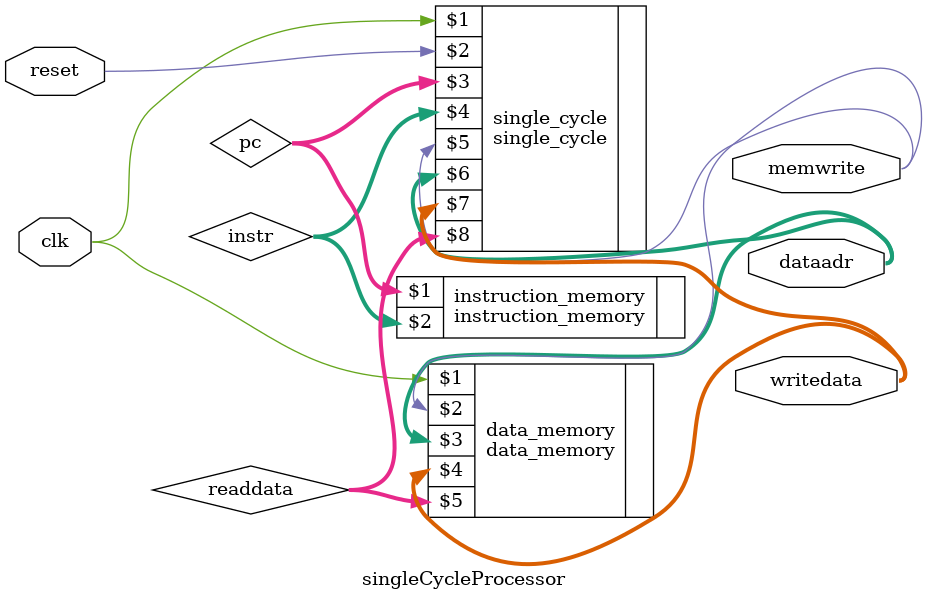
<source format=v>
`timescale 1ns / 1ps
module singleCycleProcessor(
input clk, reset, 
output [31:0] writedata, dataadr, 
output memwrite
);
wire [31:0] pc, instr, readdata;
single_cycle single_cycle(clk, reset, pc, instr, memwrite, dataadr, writedata, readdata);
instruction_memory instruction_memory(pc, instr);
data_memory data_memory(clk, memwrite, dataadr, writedata, readdata);
endmodule
</source>
